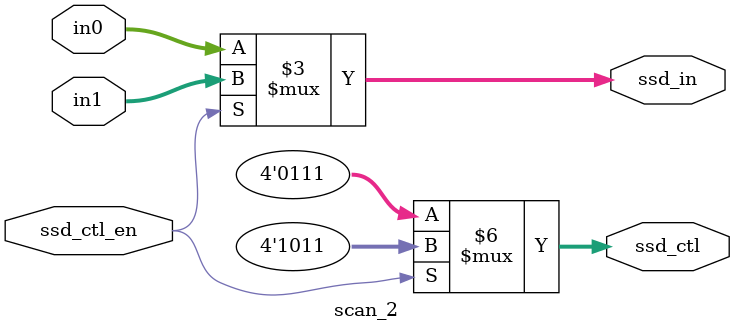
<source format=v>
`timescale 1ns / 1ps


module scan_2(
    output reg [3:0] ssd_ctl,
    output reg [3:0] ssd_in,
    input [3:0] in0,
    input [3:0] in1,
    input ssd_ctl_en
    );
    
    always@*
        case(ssd_ctl_en)
        1'b0:
            begin
            ssd_ctl = 4'b0111;
            ssd_in = in0;
            end
        default:
            begin
            ssd_ctl = 4'b1011;
            ssd_in = in1;
            end
        endcase

endmodule

</source>
